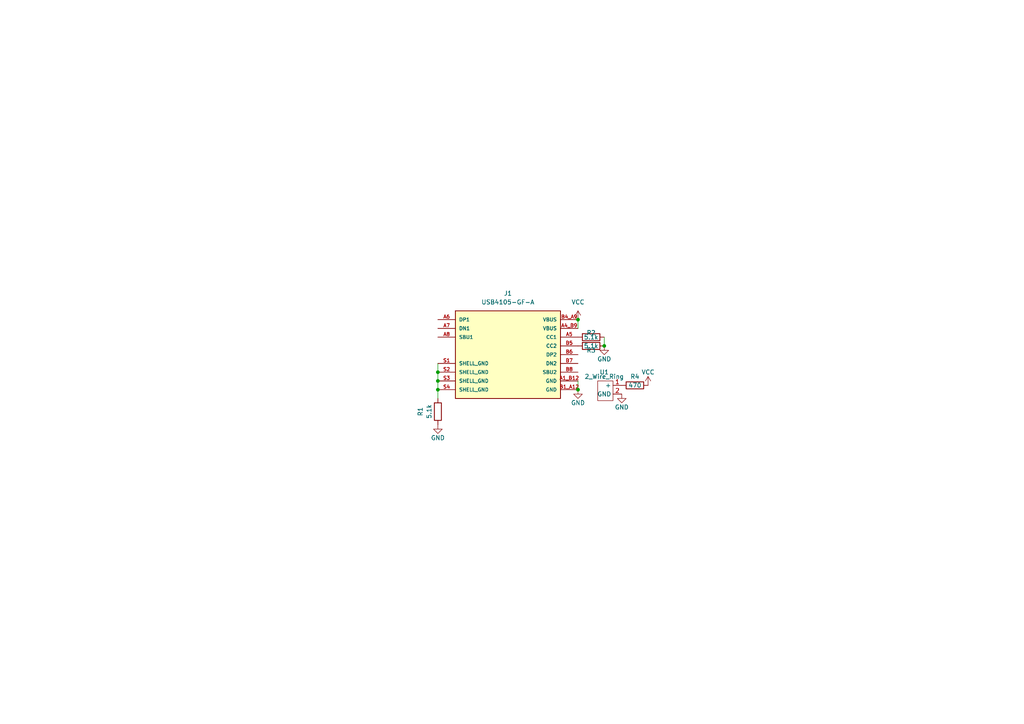
<source format=kicad_sch>
(kicad_sch (version 20211123) (generator eeschema)
  (paper "A4")
  (lib_symbols
    (symbol "Device:R" (pin_numbers hide) (pin_names (offset 0))
      (property "Reference" "R" (at 2.032 0 90))
      (property "Value" "R" (at 0 0 90))
      (symbol "R_0_1"
        (rectangle (start -1.016 -2.54) (end 1.016 2.54) (stroke (width 0.254)))
      )
      (symbol "R_1_1"
        (pin passive line (at 0 3.81 270) (length 1.27) (name "~") (number "1"))
        (pin passive line (at 0 -3.81 90) (length 1.27) (name "~") (number "2"))
      )
    )
    (symbol "New_Library:2_Wire_Ring"
      (property "Reference" "U" (at 0 4.445 0))
      (property "Value" "2_Wire_Ring" (at 0 2.54 0))
      (symbol "2_Wire_Ring_0_1"
        (rectangle (start 0 0) (end 4.445 -5.715))
      )
      (symbol "2_Wire_Ring_1_1"
        (pin input line (at 6.985 -1.27 180) (length 2.54) (name "+") (number "1"))
        (pin input line (at 6.985 -3.81 180) (length 2.54) (name "GND") (number "2"))
      )
    )
    (symbol "USB C:USB4105-GF-A" (pin_names (offset 1.016))
      (property "Reference" "J" (at -15.24 13.97 0))
      (property "Value" "USB4105-GF-A" (at -6.985 -15.24 0))
      (symbol "USB4105-GF-A_0_0"
        (rectangle (start -15.24 -12.7) (end 15.24 12.7) (stroke (width 0.254)) (fill (type background)))
        (pin power_in line (at 20.32 -7.62 180) (length 5.08) (name "GND") (number "A1_B12"))
        (pin power_in line (at 20.32 7.62 180) (length 5.08) (name "VBUS") (number "A4_B9"))
        (pin bidirectional line (at 20.32 5.08 180) (length 5.08) (name "CC1") (number "A5"))
        (pin bidirectional line (at -20.32 10.16 0) (length 5.08) (name "DP1") (number "A6"))
        (pin bidirectional line (at -20.32 7.62 0) (length 5.08) (name "DN1") (number "A7"))
        (pin bidirectional line (at -20.32 5.08 0) (length 5.08) (name "SBU1") (number "A8"))
        (pin power_in line (at 20.32 -10.16 180) (length 5.08) (name "GND") (number "B1_A12"))
        (pin power_in line (at 20.32 10.16 180) (length 5.08) (name "VBUS") (number "B4_A9"))
        (pin bidirectional line (at 20.32 2.54 180) (length 5.08) (name "CC2") (number "B5"))
        (pin bidirectional line (at 20.32 0 180) (length 5.08) (name "DP2") (number "B6"))
        (pin bidirectional line (at 20.32 -2.54 180) (length 5.08) (name "DN2") (number "B7"))
        (pin bidirectional line (at 20.32 -5.08 180) (length 5.08) (name "SBU2") (number "B8"))
        (pin power_in line (at -20.32 -2.54 0) (length 5.08) (name "SHELL_GND") (number "S1"))
        (pin power_in line (at -20.32 -5.08 0) (length 5.08) (name "SHELL_GND") (number "S2"))
        (pin power_in line (at -20.32 -7.62 0) (length 5.08) (name "SHELL_GND") (number "S3"))
        (pin power_in line (at -20.32 -10.16 0) (length 5.08) (name "SHELL_GND") (number "S4"))
      )
    )
    (symbol "power:GND" (power) (pin_names (offset 0))
      (property "Value" "GND" (at 0 -3.81 0))
      (symbol "GND_0_1"
        (polyline (pts (xy 0 0) (xy 0 -1.27) (xy 1.27 -1.27) (xy 0 -2.54) (xy -1.27 -1.27) (xy 0 -1.27)))
      )
      (symbol "GND_1_1"
        (pin power_in line (at 0 0 270) (length 0) hide (name "GND") (number "1"))
      )
    )
    (symbol "power:VCC" (power) (pin_names (offset 0))
      (property "Value" "VCC" (at 0 3.81 0))
      (symbol "VCC_0_1"
        (polyline (pts (xy -0.762 1.27) (xy 0 2.54)))
        (polyline (pts (xy 0 0) (xy 0 2.54)))
        (polyline (pts (xy 0 2.54) (xy 0.762 1.27)))
      )
      (symbol "VCC_1_1"
        (pin power_in line (at 0 0 90) (length 0) hide (name "VCC") (number "1"))
      )
    )
  )
  (junction (at 127 110.49))
  (junction (at 167.64 92.71))
  (junction (at 127 113.03))
  (junction (at 127 107.95))
  (junction (at 167.64 113.03))
  (junction (at 175.26 100.33))
  (wire (pts (xy 127 113.03) (xy 127 115.57)))
  (wire (pts (xy 167.64 92.71) (xy 167.64 95.25)))
  (wire (pts (xy 127 107.95) (xy 127 110.49)))
  (wire (pts (xy 175.26 97.79) (xy 175.26 100.33)))
  (wire (pts (xy 167.64 110.49) (xy 167.64 113.03)))
  (wire (pts (xy 127 110.49) (xy 127 113.03)))
  (wire (pts (xy 127 105.41) (xy 127 107.95)))
  (symbol (lib_id "Device:R") (at 171.45 97.79 90) (unit 1)
    (property "Reference" "R2" (at 171.45 96.52 90))
    (property "Value" "5.1k" (at 171.45 97.79 90))
    (property "Footprint" "Resistor_SMD:R_0402_1005Metric" (effects hide))
    (property "Datasheet" "https://www.mouser.com/ProductDetail/Panasonic/ERA-2ARB512X?qs=sGAEpiMZZMtlubZbdhIBIAI3Iw0L1Rez9ajQzBqQIvM%3D" (effects hide))
  )
  (symbol (lib_id "Device:R") (at 127 119.38 180) (unit 1)
    (property "Reference" "R1" (at 121.92 119.38 90))
    (property "Value" "5.1k" (at 124.46 119.38 90))
    (property "Footprint" "Resistor_SMD:R_0402_1005Metric" (effects hide))
    (property "Datasheet" "https://www.mouser.com/ProductDetail/Panasonic/ERA-2ARB512X?qs=sGAEpiMZZMtlubZbdhIBIAI3Iw0L1Rez9ajQzBqQIvM%3D" (effects hide))
  )
  (symbol (lib_id "power:VCC") (at 167.64 92.71 0) (unit 1)
    (property "Reference" "#PWR0105" (effects hide))
    (property "Value" "VCC" (at 167.64 87.63 0))
  )
  (symbol (lib_id "power:GND") (at 167.64 113.03 0) (unit 1)
    (property "Reference" "#PWR0107" (effects hide))
    (property "Value" "GND" (at 167.64 116.84 0))
  )
  (symbol (lib_id "power:GND") (at 180.34 114.3 0) (unit 1)
    (property "Reference" "#PWR0103" (effects hide))
    (property "Value" "GND" (at 180.34 118.11 0))
  )
  (symbol (lib_id "New_Library:2_Wire_Ring") (at 173.355 110.49 0) (unit 1)
    (property "Reference" "U1" (at 175.26 107.95 0))
    (property "Value" "2_Wire_Ring" (at 175.26 109.22 0))
    (property "Footprint" "Library:2 Wire Ring" (effects hide))
  )
  (symbol (lib_id "power:VCC") (at 187.96 111.76 0) (unit 1)
    (property "Reference" "#PWR0104" (effects hide))
    (property "Value" "VCC" (at 187.96 107.95 0))
  )
  (symbol (lib_id "power:GND") (at 127 123.19 0) (unit 1)
    (property "Reference" "#PWR0101" (effects hide))
    (property "Value" "GND" (at 127 127 0))
  )
  (symbol (lib_id "Device:R") (at 171.45 100.33 90) (unit 1)
    (property "Reference" "R3" (at 171.45 101.6 90))
    (property "Value" "5.1k" (at 171.45 100.33 90))
    (property "Footprint" "Resistor_SMD:R_0402_1005Metric" (effects hide))
    (property "Datasheet" "https://www.mouser.com/ProductDetail/Panasonic/ERA-2ARB512X?qs=sGAEpiMZZMtlubZbdhIBIAI3Iw0L1Rez9ajQzBqQIvM%3D" (effects hide))
  )
  (symbol (lib_id "USB C:USB4105-GF-A") (at 147.32 102.87 0) (unit 1)
    (property "Reference" "J1" (at 147.32 85.09 0))
    (property "Value" "USB4105-GF-A" (at 147.32 87.63 0))
    (property "Footprint" "USB C:GCT_USB4105-GF-A" (effects hide))
    (property "MAXIMUM_PACKAGE_HEIGHT" "3.31 mm" (effects hide))
    (property "STANDARD" "Manufacturer Recommendations" (effects hide))
    (property "PARTREV" "A3" (effects hide))
    (property "MANUFACTURER" "GCT" (effects hide))
  )
  (symbol (lib_id "power:GND") (at 175.26 100.33 0) (unit 1)
    (property "Reference" "#PWR?" (effects hide))
    (property "Value" "GND" (at 175.26 104.14 0))
  )
  (symbol (lib_id "Device:R") (at 184.15 111.76 90) (unit 1)
    (property "Reference" "R4" (at 184.15 109.22 90))
    (property "Value" "470" (at 184.15 111.76 90))
    (property "Footprint" "Resistor_SMD:R_0402_1005Metric" (effects hide))
    (property "Datasheet" "https://www.mouser.com/ProductDetail/Panasonic/ERJ-U2RD4700X?qs=TiOZkKH1s2Tj%252BtGj4p60Sg%3D%3D" (effects hide))
  )
)
</source>
